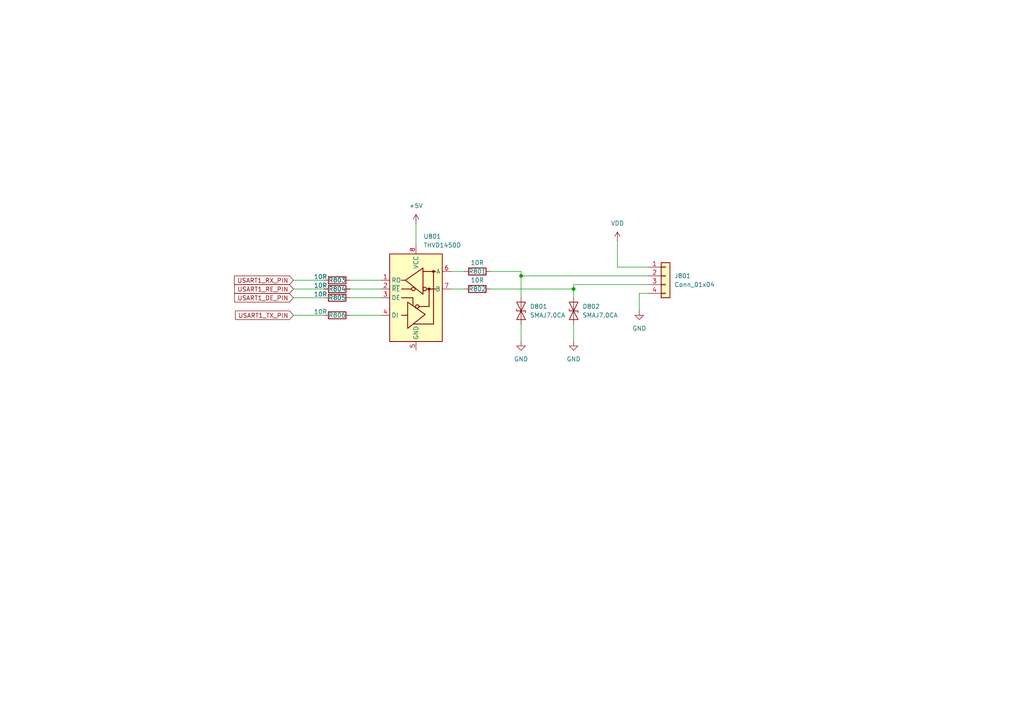
<source format=kicad_sch>
(kicad_sch (version 20250114) (generator "eeschema") (generator_version "9.0")
  (paper "A4")
  (lib_symbols
    (symbol "Connector_Generic:Conn_01x04" (pin_names (offset 1.016) (hide yes))
      (property "Reference" "J" (at 0 5.08 0))
      (property "Value" "Conn_01x04" (at 0 -7.62 0))
      (symbol "Conn_01x04_1_1"
        (rectangle (start -1.27 3.81) (end 1.27 -6.35) (stroke (width 0.254)) (fill (type background)))
        (rectangle (start -1.27 2.667) (end 0 2.413) (stroke (width 0.1524)))
        (rectangle (start -1.27 0.127) (end 0 -0.127) (stroke (width 0.1524)))
        (rectangle (start -1.27 -2.413) (end 0 -2.667) (stroke (width 0.1524)))
        (rectangle (start -1.27 -4.953) (end 0 -5.207) (stroke (width 0.1524)))
        (pin passive line (at -5.08 2.54 0) (length 3.81) (name "Pin_1") (number "1"))
        (pin passive line (at -5.08 0 0) (length 3.81) (name "Pin_2") (number "2"))
        (pin passive line (at -5.08 -2.54 0) (length 3.81) (name "Pin_3") (number "3"))
        (pin passive line (at -5.08 -5.08 0) (length 3.81) (name "Pin_4") (number "4"))
      )
    )
    (symbol "Device:R" (pin_numbers (hide yes)) (pin_names (offset 0))
      (property "Reference" "R" (at 2.032 0 90))
      (property "Value" "R" (at 0 0 90))
      (symbol "R_0_1"
        (rectangle (start -1.016 -2.54) (end 1.016 2.54) (stroke (width 0.254)))
      )
      (symbol "R_1_1"
        (pin passive line (at 0 3.81 270) (length 1.27) (name "~") (number "1"))
        (pin passive line (at 0 -3.81 90) (length 1.27) (name "~") (number "2"))
      )
    )
    (symbol "Diode:SMAJ7.0CA" (pin_numbers (hide yes)) (pin_names (offset 1.016) (hide yes))
      (property "Reference" "D" (at 0 2.54 0))
      (property "Value" "SMAJ7.0CA" (at 0 -2.54 0))
      (symbol "SMAJ7.0CA_0_1"
        (polyline (pts (xy -2.54 -1.27) (xy 0 0) (xy -2.54 1.27) (xy -2.54 -1.27)) (stroke (width 0.2032)))
        (polyline (pts (xy 0.508 1.27) (xy 0 1.27) (xy 0 -1.27) (xy -0.508 -1.27)) (stroke (width 0.2032)))
        (polyline (pts (xy 1.27 0) (xy -1.27 0)))
        (polyline (pts (xy 2.54 1.27) (xy 2.54 -1.27) (xy 0 0) (xy 2.54 1.27)) (stroke (width 0.2032)))
      )
      (symbol "SMAJ7.0CA_1_1"
        (pin passive line (at -3.81 0 0) (length 2.54) (name "A1") (number "1"))
        (pin passive line (at 3.81 0 180) (length 2.54) (name "A2") (number "2"))
      )
    )
    (symbol "Interface_UART:THVD1450D"
      (property "Reference" "U" (at -6.985 13.97 0))
      (property "Value" "THVD1450D" (at 1.905 13.97 0))
      (symbol "THVD1450D_0_1"
        (rectangle (start -7.62 12.7) (end 7.62 -12.7) (stroke (width 0.254)) (fill (type background)))
        (polyline (pts (xy -4.191 2.54) (xy -1.27 2.54)) (stroke (width 0.254)))
        (polyline (pts (xy -4.191 0) (xy -0.889 0) (xy -0.889 -2.286)) (stroke (width 0.254)))
        (polyline (pts (xy -3.175 5.08) (xy -4.191 5.08) (xy -4.064 5.08)) (stroke (width 0.254)))
        (polyline (pts (xy -2.54 -5.08) (xy -4.191 -5.08)) (stroke (width 0.254)))
        (polyline (pts (xy -2.413 -5.08) (xy -2.413 -1.27) (xy 2.667 -4.826) (xy -2.413 -8.89) (xy -2.413 -5.08)) (stroke (width 0.254)))
        (polyline (pts (xy -0.635 -7.62) (xy 5.08 -7.62)) (stroke (width 0.254)))
        (circle (center 0.381 -2.54) (radius 0.508) (stroke (width 0.254)))
        (polyline (pts (xy 0.889 -2.54) (xy 3.81 -2.54)) (stroke (width 0.254)))
        (polyline (pts (xy 2.032 7.62) (xy 5.715 7.62)) (stroke (width 0.254)))
        (polyline (pts (xy 3.048 2.54) (xy 5.715 2.54)) (stroke (width 0.254)))
        (circle (center 3.81 2.54) (radius 0.2794) (stroke (width 0.254)) (fill (type outline)))
        (polyline (pts (xy 3.81 -2.54) (xy 3.81 2.54)) (stroke (width 0.254)))
        (polyline (pts (xy 5.08 -7.62) (xy 5.08 7.62)) (stroke (width 0.254)))
      )
      (symbol "THVD1450D_1_1"
        (circle (center -0.762 2.54) (radius 0.508) (stroke (width 0.254)))
        (polyline (pts (xy 2.032 4.826) (xy 2.032 8.636) (xy -3.048 5.08) (xy 2.032 1.016) (xy 2.032 4.826)) (stroke (width 0.254)))
        (circle (center 2.54 2.54) (radius 0.508) (stroke (width 0.254)))
        (circle (center 5.08 7.62) (radius 0.2794) (stroke (width 0.254)) (fill (type outline)))
        (pin output line (at -10.16 5.08 0) (length 2.54) (name "RO") (number "1"))
        (pin input line (at -10.16 2.54 0) (length 2.54) (name "~{RE}") (number "2"))
        (pin input line (at -10.16 0 0) (length 2.54) (name "DE") (number "3"))
        (pin input line (at -10.16 -5.08 0) (length 2.54) (name "DI") (number "4"))
        (pin power_in line (at 0 15.24 270) (length 2.54) (name "VCC") (number "8"))
        (pin power_in line (at 0 -15.24 90) (length 2.54) (name "GND") (number "5"))
        (pin bidirectional line (at 10.16 7.62 180) (length 2.54) (name "A") (number "6"))
        (pin bidirectional line (at 10.16 2.54 180) (length 2.54) (name "B") (number "7"))
      )
    )
    (symbol "power:+5V" (power) (pin_numbers (hide yes)) (pin_names (offset 0) (hide yes))
      (property "Value" "+5V" (at 0 3.556 0))
      (symbol "+5V_0_1"
        (polyline (pts (xy -0.762 1.27) (xy 0 2.54)))
        (polyline (pts (xy 0 2.54) (xy 0.762 1.27)))
        (polyline (pts (xy 0 0) (xy 0 2.54)))
      )
      (symbol "+5V_1_1"
        (pin power_in line (at 0 0 90) (length 0) (name "~") (number "1"))
      )
    )
    (symbol "power:GND" (power) (pin_numbers (hide yes)) (pin_names (offset 0) (hide yes))
      (property "Value" "GND" (at 0 -3.81 0))
      (symbol "GND_0_1"
        (polyline (pts (xy 0 0) (xy 0 -1.27) (xy 1.27 -1.27) (xy 0 -2.54) (xy -1.27 -1.27) (xy 0 -1.27)))
      )
      (symbol "GND_1_1"
        (pin power_in line (at 0 0 270) (length 0) (name "~") (number "1"))
      )
    )
    (symbol "power:VDD" (power) (pin_numbers (hide yes)) (pin_names (offset 0) (hide yes))
      (property "Value" "VDD" (at 0 3.556 0))
      (symbol "VDD_0_1"
        (polyline (pts (xy -0.762 1.27) (xy 0 2.54)))
        (polyline (pts (xy 0 2.54) (xy 0.762 1.27)))
        (polyline (pts (xy 0 0) (xy 0 2.54)))
      )
      (symbol "VDD_1_1"
        (pin power_in line (at 0 0 90) (length 0) (name "~") (number "1"))
      )
    )
  )
  (junction (at 151.13 80.01))
  (junction (at 166.37 83.82))
  (wire (pts (xy 85.09 83.82) (xy 93.98 83.82)))
  (wire (pts (xy 185.42 85.09) (xy 185.42 90.17)))
  (wire (pts (xy 151.13 80.01) (xy 187.96 80.01)))
  (wire (pts (xy 166.37 83.82) (xy 166.37 86.36)))
  (wire (pts (xy 85.09 86.36) (xy 93.98 86.36)))
  (wire (pts (xy 179.07 69.85) (xy 179.07 77.47)))
  (wire (pts (xy 187.96 77.47) (xy 179.07 77.47)))
  (wire (pts (xy 101.6 86.36) (xy 110.49 86.36)))
  (wire (pts (xy 142.24 83.82) (xy 166.37 83.82)))
  (wire (pts (xy 151.13 93.98) (xy 151.13 99.06)))
  (wire (pts (xy 101.6 81.28) (xy 110.49 81.28)))
  (wire (pts (xy 187.96 85.09) (xy 185.42 85.09)))
  (wire (pts (xy 120.65 64.77) (xy 120.65 71.12)))
  (wire (pts (xy 151.13 80.01) (xy 151.13 86.36)))
  (wire (pts (xy 101.6 91.44) (xy 110.49 91.44)))
  (wire (pts (xy 166.37 93.98) (xy 166.37 99.06)))
  (wire (pts (xy 130.81 78.74) (xy 134.62 78.74)))
  (wire (pts (xy 187.96 82.55) (xy 166.37 82.55)))
  (wire (pts (xy 142.24 78.74) (xy 151.13 78.74)))
  (wire (pts (xy 151.13 78.74) (xy 151.13 80.01)))
  (wire (pts (xy 166.37 82.55) (xy 166.37 83.82)))
  (wire (pts (xy 85.09 91.44) (xy 93.98 91.44)))
  (wire (pts (xy 130.81 83.82) (xy 134.62 83.82)))
  (wire (pts (xy 101.6 83.82) (xy 110.49 83.82)))
  (wire (pts (xy 85.09 81.28) (xy 93.98 81.28)))
  (global_label "USART1_DE_PIN" (shape input) (at 85.09 86.36 180) (property "Intersheetrefs" "${INTERSHEET_REFS}" (effects (hide yes))))
  (global_label "USART1_RX_PIN" (shape input) (at 85.09 81.28 180) (property "Intersheetrefs" "${INTERSHEET_REFS}" (effects (hide yes))))
  (global_label "USART1_RE_PIN" (shape input) (at 85.09 83.82 180) (property "Intersheetrefs" "${INTERSHEET_REFS}" (effects (hide yes))))
  (global_label "USART1_TX_PIN" (shape input) (at 85.09 91.44 180) (property "Intersheetrefs" "${INTERSHEET_REFS}" (effects (hide yes))))
  (symbol (lib_id "Device:R") (at 138.43 78.74 90) (unit 1)
    (property "Reference" "R801" (at 138.43 78.74 90))
    (property "Value" "10R" (at 138.43 76.2 90))
    (property "Description" "Resistor" (effects (hide yes)))
  )
  (symbol (lib_id "Diode:SMAJ7.0CA") (at 151.13 90.17 90) (unit 1)
    (property "Reference" "D801" (at 153.67 88.8999 90) (effects (justify right)))
    (property "Value" "SMAJ7.0CA" (at 153.67 91.4399 90) (effects (justify right)))
    (property "Footprint" "Diode_SMD:D_SMA" (effects (hide yes)))
    (property "Datasheet" "https://www.littelfuse.com/media?resourcetype=datasheets&itemid=75e32973-b177-4ee3-a0ff-cedaf1abdb93&filename=smaj-datasheet" (effects (hide yes)))
    (property "Description" "400W bidirectional Transient Voltage Suppressor, 7.0Vr, SMA(DO-214AC)" (effects (hide yes)))
  )
  (symbol (lib_id "Interface_UART:THVD1450D") (at 120.65 86.36 0) (unit 1)
    (property "Reference" "U801" (at 122.7933 68.58 0) (effects (justify left)))
    (property "Value" "THVD1450D" (at 122.7933 71.12 0) (effects (justify left)))
    (property "Footprint" "Package_SO:SOIC-8_3.9x4.9mm_P1.27mm" (effects (hide yes)))
    (property "Datasheet" "https://www.ti.com/lit/ds/symlink/thvd1450.pdf" (effects (hide yes)))
    (property "Description" "3.3-V to 5-V RS-485 transceiver with ±18-kV IEC ESD protection, SOIC-8" (effects (hide yes)))
    (property "Manufacturer" "Texas Instruments" (effects (hide yes)))
  )
  (symbol (lib_id "Connector_Generic:Conn_01x04") (at 193.04 80.01 0) (unit 1)
    (property "Reference" "J801" (at 195.58 80.0099 0) (effects (justify left)))
    (property "Value" "Conn_01x04" (at 195.58 82.5499 0) (effects (justify left)))
    (property "Description" "Generic connector, single row, 01x04, script generated (kicad-library-utils/schlib/autogen/connector/)" (effects (hide yes)))
  )
  (symbol (lib_id "Device:R") (at 97.79 81.28 90) (unit 1)
    (property "Reference" "R803" (at 97.79 81.28 90))
    (property "Value" "10R" (at 92.964 80.264 90))
    (property "Description" "Resistor" (effects (hide yes)))
  )
  (symbol (lib_id "power:GND") (at 166.37 99.06 0) (unit 1)
    (property "Reference" "#PWR0802" (effects (hide yes)))
    (property "Value" "GND" (at 166.37 104.14 0))
    (property "Description" "Power symbol creates a global label with name \"GND\" , ground" (effects (hide yes)))
  )
  (symbol (lib_id "Device:R") (at 138.43 83.82 90) (unit 1)
    (property "Reference" "R802" (at 138.43 83.82 90))
    (property "Value" "10R" (at 138.43 81.28 90))
    (property "Description" "Resistor" (effects (hide yes)))
  )
  (symbol (lib_id "Device:R") (at 97.79 91.44 90) (unit 1)
    (property "Reference" "R806" (at 97.79 91.44 90))
    (property "Value" "10R" (at 92.964 90.424 90))
    (property "Description" "Resistor" (effects (hide yes)))
  )
  (symbol (lib_id "Diode:SMAJ7.0CA") (at 166.37 90.17 90) (unit 1)
    (property "Reference" "D802" (at 168.91 88.8999 90) (effects (justify right)))
    (property "Value" "SMAJ7.0CA" (at 168.91 91.4399 90) (effects (justify right)))
    (property "Footprint" "Diode_SMD:D_SMA" (effects (hide yes)))
    (property "Datasheet" "https://www.littelfuse.com/media?resourcetype=datasheets&itemid=75e32973-b177-4ee3-a0ff-cedaf1abdb93&filename=smaj-datasheet" (effects (hide yes)))
    (property "Description" "400W bidirectional Transient Voltage Suppressor, 7.0Vr, SMA(DO-214AC)" (effects (hide yes)))
  )
  (symbol (lib_id "power:+5V") (at 120.65 64.77 0) (unit 1)
    (property "Reference" "#PWR0804" (effects (hide yes)))
    (property "Value" "+5V" (at 120.65 59.69 0))
    (property "Description" "Power symbol creates a global label with name \"+5V\"" (effects (hide yes)))
  )
  (symbol (lib_id "power:VDD") (at 179.07 69.85 0) (unit 1)
    (property "Reference" "#PWR0805" (effects (hide yes)))
    (property "Value" "VDD" (at 179.07 64.77 0))
    (property "Description" "Power symbol creates a global label with name \"VDD\"" (effects (hide yes)))
  )
  (symbol (lib_id "Device:R") (at 97.79 86.36 90) (unit 1)
    (property "Reference" "R805" (at 97.79 86.36 90))
    (property "Value" "10R" (at 92.964 85.344 90))
    (property "Description" "Resistor" (effects (hide yes)))
  )
  (symbol (lib_id "power:GND") (at 151.13 99.06 0) (unit 1)
    (property "Reference" "#PWR0801" (effects (hide yes)))
    (property "Value" "GND" (at 151.13 104.14 0))
    (property "Description" "Power symbol creates a global label with name \"GND\" , ground" (effects (hide yes)))
  )
  (symbol (lib_id "Device:R") (at 97.79 83.82 90) (unit 1)
    (property "Reference" "R804" (at 97.79 83.82 90))
    (property "Value" "10R" (at 92.964 82.804 90))
    (property "Description" "Resistor" (effects (hide yes)))
  )
  (symbol (lib_id "power:GND") (at 185.42 90.17 0) (unit 1)
    (property "Reference" "#PWR0803" (effects (hide yes)))
    (property "Value" "GND" (at 185.42 95.25 0))
    (property "Description" "Power symbol creates a global label with name \"GND\" , ground" (effects (hide yes)))
  )
)
</source>
